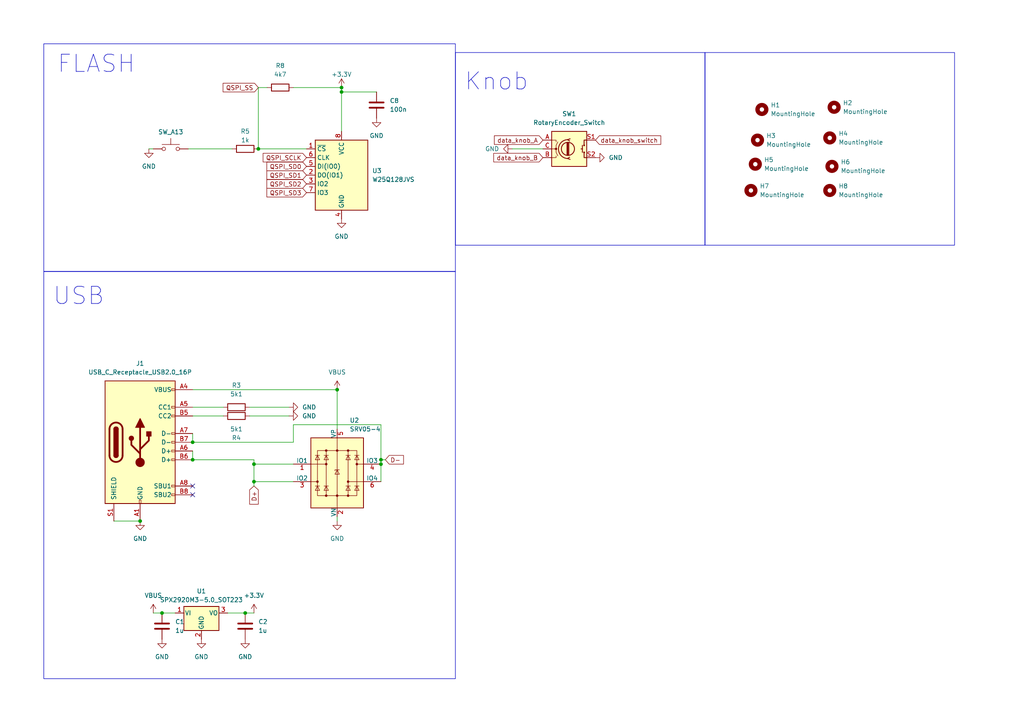
<source format=kicad_sch>
(kicad_sch (version 20230121) (generator eeschema)
  (paper "A4")
  (lib_symbols
    (symbol "Connector:USB_C_Receptacle_USB2.0_16P" (pin_names (offset 1.016))
      (property "Reference" "J" (at 0 22.225 0))
      (property "Value" "USB_C_Receptacle_USB2.0_16P" (at 0 19.685 0))
      (symbol "USB_C_Receptacle_USB2.0_16P_0_0"
        (rectangle (start -0.254 -17.78) (end 0.254 -16.764))
        (rectangle (start 10.16 -14.986) (end 9.144 -15.494))
        (rectangle (start 10.16 -12.446) (end 9.144 -12.954))
        (rectangle (start 10.16 -4.826) (end 9.144 -5.334))
        (rectangle (start 10.16 -2.286) (end 9.144 -2.794))
        (rectangle (start 10.16 0.254) (end 9.144 -0.254))
        (rectangle (start 10.16 2.794) (end 9.144 2.286))
        (rectangle (start 10.16 7.874) (end 9.144 7.366))
        (rectangle (start 10.16 10.414) (end 9.144 9.906))
        (rectangle (start 10.16 15.494) (end 9.144 14.986))
      )
      (symbol "USB_C_Receptacle_USB2.0_16P_0_1"
        (rectangle (start -10.16 17.78) (end 10.16 -17.78) (stroke (width 0.254)) (fill (type background)))
        (arc (start -8.89 -3.81) (mid -6.985 -5.7067) (end -5.08 -3.81) (stroke (width 0.508)))
        (arc (start -7.62 -3.81) (mid -6.985 -4.4423) (end -6.35 -3.81) (stroke (width 0.254)))
        (arc (start -7.62 -3.81) (mid -6.985 -4.4423) (end -6.35 -3.81) (stroke (width 0.254)) (fill (type outline)))
        (rectangle (start -7.62 -3.81) (end -6.35 3.81) (stroke (width 0.254)) (fill (type outline)))
        (arc (start -6.35 3.81) (mid -6.985 4.4423) (end -7.62 3.81) (stroke (width 0.254)))
        (arc (start -6.35 3.81) (mid -6.985 4.4423) (end -7.62 3.81) (stroke (width 0.254)) (fill (type outline)))
        (arc (start -5.08 3.81) (mid -6.985 5.7067) (end -8.89 3.81) (stroke (width 0.508)))
        (circle (center -2.54 1.143) (radius 0.635) (stroke (width 0.254)) (fill (type outline)))
        (circle (center 0 -5.842) (radius 1.27) (fill (type outline)))
        (polyline (pts (xy -8.89 -3.81) (xy -8.89 3.81)) (stroke (width 0.508)))
        (polyline (pts (xy -5.08 3.81) (xy -5.08 -3.81)) (stroke (width 0.508)))
        (polyline (pts (xy 0 -5.842) (xy 0 4.318)) (stroke (width 0.508)))
        (polyline (pts (xy 0 -3.302) (xy -2.54 -0.762) (xy -2.54 0.508)) (stroke (width 0.508)))
        (polyline (pts (xy 0 -2.032) (xy 2.54 0.508) (xy 2.54 1.778)) (stroke (width 0.508)))
        (polyline (pts (xy -1.27 4.318) (xy 0 6.858) (xy 1.27 4.318) (xy -1.27 4.318)) (stroke (width 0.254)) (fill (type outline)))
        (rectangle (start 1.905 1.778) (end 3.175 3.048) (stroke (width 0.254)) (fill (type outline)))
      )
      (symbol "USB_C_Receptacle_USB2.0_16P_1_1"
        (pin passive line (at 0 -22.86 90) (length 5.08) (name "GND") (number "A1"))
        (pin passive line (at 0 -22.86 90) (length 5.08) hide (name "GND") (number "A12"))
        (pin passive line (at 15.24 15.24 180) (length 5.08) (name "VBUS") (number "A4"))
        (pin bidirectional line (at 15.24 10.16 180) (length 5.08) (name "CC1") (number "A5"))
        (pin bidirectional line (at 15.24 -2.54 180) (length 5.08) (name "D+") (number "A6"))
        (pin bidirectional line (at 15.24 2.54 180) (length 5.08) (name "D-") (number "A7"))
        (pin bidirectional line (at 15.24 -12.7 180) (length 5.08) (name "SBU1") (number "A8"))
        (pin passive line (at 15.24 15.24 180) (length 5.08) hide (name "VBUS") (number "A9"))
        (pin passive line (at 0 -22.86 90) (length 5.08) hide (name "GND") (number "B1"))
        (pin passive line (at 0 -22.86 90) (length 5.08) hide (name "GND") (number "B12"))
        (pin passive line (at 15.24 15.24 180) (length 5.08) hide (name "VBUS") (number "B4"))
        (pin bidirectional line (at 15.24 7.62 180) (length 5.08) (name "CC2") (number "B5"))
        (pin bidirectional line (at 15.24 -5.08 180) (length 5.08) (name "D+") (number "B6"))
        (pin bidirectional line (at 15.24 0 180) (length 5.08) (name "D-") (number "B7"))
        (pin bidirectional line (at 15.24 -15.24 180) (length 5.08) (name "SBU2") (number "B8"))
        (pin passive line (at 15.24 15.24 180) (length 5.08) hide (name "VBUS") (number "B9"))
        (pin passive line (at -7.62 -22.86 90) (length 5.08) (name "SHIELD") (number "S1"))
      )
    )
    (symbol "Device:C" (pin_numbers hide) (pin_names (offset 0.254))
      (property "Reference" "C" (at 0.635 2.54 0))
      (property "Value" "C" (at 0.635 -2.54 0))
      (symbol "C_0_1"
        (polyline (pts (xy -2.032 -0.762) (xy 2.032 -0.762)) (stroke (width 0.508)))
        (polyline (pts (xy -2.032 0.762) (xy 2.032 0.762)) (stroke (width 0.508)))
      )
      (symbol "C_1_1"
        (pin passive line (at 0 3.81 270) (length 2.794) (name "~") (number "1"))
        (pin passive line (at 0 -3.81 90) (length 2.794) (name "~") (number "2"))
      )
    )
    (symbol "Device:R" (pin_numbers hide) (pin_names (offset 0))
      (property "Reference" "R" (at 2.032 0 90))
      (property "Value" "R" (at 0 0 90))
      (symbol "R_0_1"
        (rectangle (start -1.016 -2.54) (end 1.016 2.54) (stroke (width 0.254)))
      )
      (symbol "R_1_1"
        (pin passive line (at 0 3.81 270) (length 1.27) (name "~") (number "1"))
        (pin passive line (at 0 -3.81 90) (length 1.27) (name "~") (number "2"))
      )
    )
    (symbol "Device:RotaryEncoder_Switch" (pin_names (offset 0.254) hide)
      (property "Reference" "SW" (at 0 6.604 0))
      (property "Value" "RotaryEncoder_Switch" (at 0 -6.604 0))
      (symbol "RotaryEncoder_Switch_0_1"
        (rectangle (start -5.08 5.08) (end 5.08 -5.08) (stroke (width 0.254)) (fill (type background)))
        (circle (center -3.81 0) (radius 0.254) (fill (type outline)))
        (circle (center -0.381 0) (radius 1.905) (stroke (width 0.254)))
        (arc (start -0.381 2.667) (mid -3.0988 -0.0635) (end -0.381 -2.794) (stroke (width 0.254)))
        (polyline (pts (xy -0.635 -1.778) (xy -0.635 1.778)) (stroke (width 0.254)))
        (polyline (pts (xy -0.381 -1.778) (xy -0.381 1.778)) (stroke (width 0.254)))
        (polyline (pts (xy -0.127 1.778) (xy -0.127 -1.778)) (stroke (width 0.254)))
        (polyline (pts (xy 3.81 0) (xy 3.429 0)) (stroke (width 0.254)))
        (polyline (pts (xy 3.81 1.016) (xy 3.81 -1.016)) (stroke (width 0.254)))
        (polyline (pts (xy -5.08 -2.54) (xy -3.81 -2.54) (xy -3.81 -2.032)))
        (polyline (pts (xy -5.08 2.54) (xy -3.81 2.54) (xy -3.81 2.032)))
        (polyline (pts (xy 0.254 -3.048) (xy -0.508 -2.794) (xy 0.127 -2.413)) (stroke (width 0.254)))
        (polyline (pts (xy 0.254 2.921) (xy -0.508 2.667) (xy 0.127 2.286)) (stroke (width 0.254)))
        (polyline (pts (xy 5.08 -2.54) (xy 4.318 -2.54) (xy 4.318 -1.016)) (stroke (width 0.254)))
        (polyline (pts (xy 5.08 2.54) (xy 4.318 2.54) (xy 4.318 1.016)) (stroke (width 0.254)))
        (polyline (pts (xy -5.08 0) (xy -3.81 0) (xy -3.81 -1.016) (xy -3.302 -2.032)))
        (polyline (pts (xy -4.318 0) (xy -3.81 0) (xy -3.81 1.016) (xy -3.302 2.032)))
        (circle (center 4.318 -1.016) (radius 0.127) (stroke (width 0.254)))
        (circle (center 4.318 1.016) (radius 0.127) (stroke (width 0.254)))
      )
      (symbol "RotaryEncoder_Switch_1_1"
        (pin passive line (at -7.62 2.54 0) (length 2.54) (name "A") (number "A"))
        (pin passive line (at -7.62 -2.54 0) (length 2.54) (name "B") (number "B"))
        (pin passive line (at -7.62 0 0) (length 2.54) (name "C") (number "C"))
        (pin passive line (at 7.62 2.54 180) (length 2.54) (name "S1") (number "S1"))
        (pin passive line (at 7.62 -2.54 180) (length 2.54) (name "S2") (number "S2"))
      )
    )
    (symbol "Mechanical:MountingHole" (pin_names (offset 1.016))
      (property "Reference" "H" (at 0 5.08 0))
      (property "Value" "MountingHole" (at 0 3.175 0))
      (symbol "MountingHole_0_1"
        (circle (center 0 0) (radius 1.27) (stroke (width 1.27)))
      )
    )
    (symbol "Memory_Flash:W25Q128JVS"
      (property "Reference" "U" (at -8.89 8.89 0))
      (property "Value" "W25Q128JVS" (at 7.62 8.89 0))
      (symbol "W25Q128JVS_0_1"
        (rectangle (start -7.62 10.16) (end 7.62 -10.16) (stroke (width 0.254)) (fill (type background)))
      )
      (symbol "W25Q128JVS_1_1"
        (pin input line (at -10.16 7.62 0) (length 2.54) (name "~{CS}") (number "1"))
        (pin bidirectional line (at -10.16 0 0) (length 2.54) (name "DO(IO1)") (number "2"))
        (pin bidirectional line (at -10.16 -2.54 0) (length 2.54) (name "IO2") (number "3"))
        (pin power_in line (at 0 -12.7 90) (length 2.54) (name "GND") (number "4"))
        (pin bidirectional line (at -10.16 2.54 0) (length 2.54) (name "DI(IO0)") (number "5"))
        (pin input line (at -10.16 5.08 0) (length 2.54) (name "CLK") (number "6"))
        (pin bidirectional line (at -10.16 -5.08 0) (length 2.54) (name "IO3") (number "7"))
        (pin power_in line (at 0 12.7 270) (length 2.54) (name "VCC") (number "8"))
      )
    )
    (symbol "Power_Protection:SRV05-4" (pin_names (offset 0))
      (property "Reference" "U" (at -5.08 11.43 0))
      (property "Value" "SRV05-4" (at 2.54 11.43 0))
      (symbol "SRV05-4_0_0"
        (rectangle (start -5.715 6.477) (end 5.715 -6.604))
        (polyline (pts (xy -3.175 -6.604) (xy -3.175 6.477)))
        (polyline (pts (xy 3.175 6.477) (xy 3.175 -6.604)))
      )
      (symbol "SRV05-4_0_1"
        (rectangle (start -7.62 10.16) (end 7.62 -10.16) (stroke (width 0.254)) (fill (type background)))
        (circle (center -5.715 -2.54) (radius 0.2794) (fill (type outline)))
        (circle (center -3.175 -6.604) (radius 0.2794) (fill (type outline)))
        (circle (center -3.175 2.54) (radius 0.2794) (fill (type outline)))
        (circle (center -3.175 6.477) (radius 0.2794) (fill (type outline)))
        (circle (center 0 -6.604) (radius 0.2794) (fill (type outline)))
        (polyline (pts (xy -7.747 2.54) (xy -3.175 2.54)))
        (polyline (pts (xy -7.62 -2.54) (xy -5.715 -2.54)))
        (polyline (pts (xy -5.08 -3.81) (xy -6.35 -3.81)))
        (polyline (pts (xy -5.08 5.08) (xy -6.35 5.08)))
        (polyline (pts (xy -2.54 -3.81) (xy -3.81 -3.81)))
        (polyline (pts (xy -2.54 5.08) (xy -3.81 5.08)))
        (polyline (pts (xy 0 10.16) (xy 0 -10.16)))
        (polyline (pts (xy 3.81 -3.81) (xy 2.54 -3.81)))
        (polyline (pts (xy 3.81 5.08) (xy 2.54 5.08)))
        (polyline (pts (xy 6.35 -3.81) (xy 5.08 -3.81)))
        (polyline (pts (xy 6.35 5.08) (xy 5.08 5.08)))
        (polyline (pts (xy 7.62 -2.54) (xy 3.175 -2.54)))
        (polyline (pts (xy 7.62 2.54) (xy 5.715 2.54)))
        (polyline (pts (xy 0.635 0.889) (xy -0.635 0.889) (xy -0.635 0.635)))
        (polyline (pts (xy -5.08 -5.08) (xy -6.35 -5.08) (xy -5.715 -3.81) (xy -5.08 -5.08)))
        (polyline (pts (xy -5.08 3.81) (xy -6.35 3.81) (xy -5.715 5.08) (xy -5.08 3.81)))
        (polyline (pts (xy -2.54 -5.08) (xy -3.81 -5.08) (xy -3.175 -3.81) (xy -2.54 -5.08)))
        (polyline (pts (xy -2.54 3.81) (xy -3.81 3.81) (xy -3.175 5.08) (xy -2.54 3.81)))
        (polyline (pts (xy 0.635 -0.381) (xy -0.635 -0.381) (xy 0 0.889) (xy 0.635 -0.381)))
        (polyline (pts (xy 3.81 -5.08) (xy 2.54 -5.08) (xy 3.175 -3.81) (xy 3.81 -5.08)))
        (polyline (pts (xy 3.81 3.81) (xy 2.54 3.81) (xy 3.175 5.08) (xy 3.81 3.81)))
        (polyline (pts (xy 6.35 -5.08) (xy 5.08 -5.08) (xy 5.715 -3.81) (xy 6.35 -5.08)))
        (polyline (pts (xy 6.35 3.81) (xy 5.08 3.81) (xy 5.715 5.08) (xy 6.35 3.81)))
        (circle (center 0 6.477) (radius 0.2794) (fill (type outline)))
        (circle (center 3.175 -6.604) (radius 0.2794) (fill (type outline)))
        (circle (center 3.175 -2.54) (radius 0.2794) (fill (type outline)))
        (circle (center 3.175 6.477) (radius 0.2794) (fill (type outline)))
        (circle (center 5.715 2.54) (radius 0.2794) (fill (type outline)))
      )
      (symbol "SRV05-4_1_1"
        (pin passive line (at -12.7 2.54 0) (length 5.08) (name "IO1") (number "1"))
        (pin passive line (at 0 -12.7 90) (length 2.54) (name "VN") (number "2"))
        (pin passive line (at -12.7 -2.54 0) (length 5.08) (name "IO2") (number "3"))
        (pin passive line (at 12.7 2.54 180) (length 5.08) (name "IO3") (number "4"))
        (pin passive line (at 0 12.7 270) (length 2.54) (name "VP") (number "5"))
        (pin passive line (at 12.7 -2.54 180) (length 5.08) (name "IO4") (number "6"))
      )
    )
    (symbol "Regulator_Linear:SPX2920M3-5.0_SOT223" (pin_names (offset 0.254))
      (property "Reference" "U" (at -3.81 3.175 0))
      (property "Value" "SPX2920M3-5.0_SOT223" (at 0 3.175 0))
      (symbol "SPX2920M3-5.0_SOT223_0_1"
        (rectangle (start -5.08 -5.08) (end 5.08 1.905) (stroke (width 0.254)) (fill (type background)))
      )
      (symbol "SPX2920M3-5.0_SOT223_1_1"
        (pin power_in line (at -7.62 0 0) (length 2.54) (name "VI") (number "1"))
        (pin power_in line (at 0 -7.62 90) (length 2.54) (name "GND") (number "2"))
        (pin power_out line (at 7.62 0 180) (length 2.54) (name "VO") (number "3"))
      )
    )
    (symbol "Switch:SW_Push" (pin_numbers hide) (pin_names (offset 1.016) hide)
      (property "Reference" "SW" (at 1.27 2.54 0))
      (property "Value" "SW_Push" (at 0 -1.524 0))
      (symbol "SW_Push_0_1"
        (circle (center -2.032 0) (radius 0.508))
        (polyline (pts (xy 0 1.27) (xy 0 3.048)))
        (polyline (pts (xy 2.54 1.27) (xy -2.54 1.27)))
        (circle (center 2.032 0) (radius 0.508))
        (pin passive line (at -5.08 0 0) (length 2.54) (name "1") (number "1"))
        (pin passive line (at 5.08 0 180) (length 2.54) (name "2") (number "2"))
      )
    )
    (symbol "power:+3.3V" (power) (pin_names (offset 0))
      (property "Value" "+3.3V" (at 0 3.556 0))
      (symbol "+3.3V_0_1"
        (polyline (pts (xy -0.762 1.27) (xy 0 2.54)))
        (polyline (pts (xy 0 0) (xy 0 2.54)))
        (polyline (pts (xy 0 2.54) (xy 0.762 1.27)))
      )
      (symbol "+3.3V_1_1"
        (pin power_in line (at 0 0 90) (length 0) hide (name "+3.3V") (number "1"))
      )
    )
    (symbol "power:GND" (power) (pin_names (offset 0))
      (property "Value" "GND" (at 0 -3.81 0))
      (symbol "GND_0_1"
        (polyline (pts (xy 0 0) (xy 0 -1.27) (xy 1.27 -1.27) (xy 0 -2.54) (xy -1.27 -1.27) (xy 0 -1.27)))
      )
      (symbol "GND_1_1"
        (pin power_in line (at 0 0 270) (length 0) hide (name "GND") (number "1"))
      )
    )
    (symbol "power:VBUS" (power) (pin_names (offset 0))
      (property "Value" "VBUS" (at 0 3.81 0))
      (symbol "VBUS_0_1"
        (polyline (pts (xy -0.762 1.27) (xy 0 2.54)))
        (polyline (pts (xy 0 0) (xy 0 2.54)))
        (polyline (pts (xy 0 2.54) (xy 0.762 1.27)))
      )
      (symbol "VBUS_1_1"
        (pin power_in line (at 0 0 90) (length 0) hide (name "VBUS") (number "1"))
      )
    )
  )
  (junction (at 97.79 113.03))
  (junction (at 73.66 134.62))
  (junction (at 40.64 151.13))
  (junction (at 73.66 139.7))
  (junction (at 46.99 177.8))
  (junction (at 71.12 177.8))
  (junction (at 99.06 26.67))
  (junction (at 99.06 25.4))
  (junction (at 55.88 128.27))
  (junction (at 110.49 134.62))
  (junction (at 74.93 43.18))
  (junction (at 55.88 133.35))
  (junction (at 110.49 133.35))
  (no_connect (at 55.88 140.97))
  (no_connect (at 55.88 143.51))
  (wire (pts (xy 73.66 133.35) (xy 55.88 133.35)))
  (wire (pts (xy 73.66 139.7) (xy 73.66 134.62)))
  (wire (pts (xy 72.39 120.65) (xy 83.82 120.65)))
  (wire (pts (xy 148.59 43.18) (xy 157.48 43.18)))
  (wire (pts (xy 73.66 134.62) (xy 73.66 133.35)))
  (wire (pts (xy 110.49 123.19) (xy 110.49 133.35)))
  (wire (pts (xy 110.49 133.35) (xy 110.49 134.62)))
  (wire (pts (xy 72.39 118.11) (xy 83.82 118.11)))
  (wire (pts (xy 73.66 134.62) (xy 85.09 134.62)))
  (wire (pts (xy 85.09 128.27) (xy 85.09 123.19)))
  (wire (pts (xy 33.02 151.13) (xy 40.64 151.13)))
  (wire (pts (xy 55.88 120.65) (xy 64.77 120.65)))
  (wire (pts (xy 74.93 25.4) (xy 77.47 25.4)))
  (wire (pts (xy 85.09 25.4) (xy 99.06 25.4)))
  (wire (pts (xy 109.22 26.67) (xy 99.06 26.67)))
  (wire (pts (xy 55.88 118.11) (xy 64.77 118.11)))
  (wire (pts (xy 74.93 25.4) (xy 74.93 43.18)))
  (wire (pts (xy 71.12 177.8) (xy 73.66 177.8)))
  (wire (pts (xy 54.61 43.18) (xy 67.31 43.18)))
  (wire (pts (xy 99.06 25.4) (xy 99.06 26.67)))
  (wire (pts (xy 66.04 177.8) (xy 71.12 177.8)))
  (wire (pts (xy 110.49 134.62) (xy 110.49 139.7)))
  (wire (pts (xy 74.93 43.18) (xy 88.9 43.18)))
  (wire (pts (xy 44.45 177.8) (xy 46.99 177.8)))
  (wire (pts (xy 55.88 128.27) (xy 85.09 128.27)))
  (wire (pts (xy 55.88 113.03) (xy 97.79 113.03)))
  (wire (pts (xy 73.66 140.97) (xy 73.66 139.7)))
  (wire (pts (xy 73.66 139.7) (xy 85.09 139.7)))
  (wire (pts (xy 46.99 177.8) (xy 50.8 177.8)))
  (wire (pts (xy 55.88 130.81) (xy 55.88 133.35)))
  (wire (pts (xy 99.06 26.67) (xy 99.06 38.1)))
  (wire (pts (xy 85.09 123.19) (xy 110.49 123.19)))
  (wire (pts (xy 97.79 113.03) (xy 97.79 124.46)))
  (wire (pts (xy 97.79 149.86) (xy 97.79 151.13)))
  (wire (pts (xy 111.76 133.35) (xy 110.49 133.35)))
  (wire (pts (xy 55.88 125.73) (xy 55.88 128.27)))
  (wire (pts (xy 44.45 43.18) (xy 43.18 43.18)))
  (rectangle (start 12.7 78.74) (end 132.08 196.85))
  (rectangle (start 204.47 15.24) (end 276.86 71.12))
  (rectangle (start 12.7 12.7) (end 132.08 78.74))
  (rectangle (start 132.08 15.24) (end 204.47 71.12))
  (text "USB" (at 15.24 88.9 0) (effects (font (size 5 5)) (justify left bottom)))
  (text "FLASH" (at 16.51 21.59 0) (effects (font (size 5 5)) (justify left bottom)))
  (text "Knob" (at 134.62 26.67 0) (effects (font (size 5 5)) (justify left bottom)))
  (global_label "data_knob_B" (shape input) (at 157.48 45.72 180) (property "Intersheetrefs" "${INTERSHEET_REFS}" (effects hide)))
  (global_label "D-" (shape input) (at 111.76 133.35 0) (property "Intersheetrefs" "${INTERSHEET_REFS}" (effects hide)))
  (global_label "QSPI_SD1" (shape input) (at 88.9 50.8 180) (property "Intersheetrefs" "${INTERSHEET_REFS}" (effects hide)))
  (global_label "QSPI_SD2" (shape input) (at 88.9 53.34 180) (property "Intersheetrefs" "${INTERSHEET_REFS}" (effects hide)))
  (global_label "QSPI_SD0" (shape input) (at 88.9 48.26 180) (property "Intersheetrefs" "${INTERSHEET_REFS}" (effects hide)))
  (global_label "QSPI_SD3" (shape input) (at 88.9 55.88 180) (property "Intersheetrefs" "${INTERSHEET_REFS}" (effects hide)))
  (global_label "QSPI_SS" (shape input) (at 74.93 25.4 180) (property "Intersheetrefs" "${INTERSHEET_REFS}" (effects hide)))
  (global_label "D+" (shape input) (at 73.66 140.97 270) (property "Intersheetrefs" "${INTERSHEET_REFS}" (effects hide)))
  (global_label "data_knob_switch" (shape input) (at 172.72 40.64 0) (property "Intersheetrefs" "${INTERSHEET_REFS}" (effects hide)))
  (global_label "QSPI_SCLK" (shape input) (at 88.9 45.72 180) (property "Intersheetrefs" "${INTERSHEET_REFS}" (effects hide)))
  (global_label "data_knob_A" (shape input) (at 157.48 40.64 180) (property "Intersheetrefs" "${INTERSHEET_REFS}" (effects hide)))
  (symbol (lib_id "power:GND") (at 58.42 185.42 0) (unit 1)
    (property "Reference" "#PWR06" (effects hide))
    (property "Value" "GND" (at 58.42 190.5 0))
  )
  (symbol (lib_id "Mechanical:MountingHole") (at 241.935 31.115 0) (unit 1)
    (property "Reference" "H2" (at 244.475 29.845 0) (effects (justify left)))
    (property "Value" "MountingHole" (at 244.475 32.385 0) (effects (justify left)))
    (property "Footprint" "MountingHole:MountingHole_3.2mm_M3" (effects hide))
  )
  (symbol (lib_id "Mechanical:MountingHole") (at 217.805 55.245 0) (unit 1)
    (property "Reference" "H7" (at 220.345 53.975 0) (effects (justify left)))
    (property "Value" "MountingHole" (at 220.345 56.515 0) (effects (justify left)))
    (property "Footprint" "MountingHole:MountingHole_3.2mm_M3" (effects hide))
  )
  (symbol (lib_id "Device:R") (at 81.28 25.4 90) (unit 1)
    (property "Reference" "R8" (at 81.28 19.05 90))
    (property "Value" "4k7" (at 81.28 21.59 90))
    (property "Footprint" "Resistor_SMD:R_0603_1608Metric" (effects hide))
  )
  (symbol (lib_id "Mechanical:MountingHole") (at 241.3 48.26 0) (unit 1)
    (property "Reference" "H6" (at 243.84 46.99 0) (effects (justify left)))
    (property "Value" "MountingHole" (at 243.84 49.53 0) (effects (justify left)))
    (property "Footprint" "MountingHole:MountingHole_3.2mm_M3" (effects hide))
  )
  (symbol (lib_id "power:GND") (at 83.82 118.11 90) (unit 1)
    (property "Reference" "#PWR09" (effects hide))
    (property "Value" "GND" (at 87.63 118.11 90) (effects (justify right)))
  )
  (symbol (lib_id "power:GND") (at 40.64 151.13 0) (unit 1)
    (property "Reference" "#PWR02" (effects hide))
    (property "Value" "GND" (at 40.64 156.21 0))
  )
  (symbol (lib_id "Memory_Flash:W25Q128JVS") (at 99.06 50.8 0) (unit 1)
    (property "Reference" "U3" (at 107.95 49.53 0) (effects (justify left)))
    (property "Value" "W25Q128JVS" (at 107.95 52.07 0) (effects (justify left)))
    (property "Footprint" "Package_SO:SOIC-8_5.23x5.23mm_P1.27mm" (effects hide))
    (property "Datasheet" "http://www.winbond.com/resource-files/w25q128jv_dtr%20revc%2003272018%20plus.pdf" (effects hide))
  )
  (symbol (lib_id "power:GND") (at 46.99 185.42 0) (unit 1)
    (property "Reference" "#PWR04" (effects hide))
    (property "Value" "GND" (at 46.99 190.5 0))
  )
  (symbol (lib_id "Switch:SW_Push") (at 49.53 43.18 0) (unit 1)
    (property "Reference" "SW_A13" (at 49.53 38.2778 0))
    (property "Value" "SW_Push" (effects hide))
    (property "Footprint" "custom_switch_smd:TS-1187A-B-A-B" (effects hide))
  )
  (symbol (lib_id "Mechanical:MountingHole") (at 219.075 47.625 0) (unit 1)
    (property "Reference" "H5" (at 221.615 46.355 0) (effects (justify left)))
    (property "Value" "MountingHole" (at 221.615 48.895 0) (effects (justify left)))
    (property "Footprint" "MountingHole:MountingHole_3.2mm_M3" (effects hide))
  )
  (symbol (lib_id "power:GND") (at 109.22 34.29 0) (unit 1)
    (property "Reference" "#PWR032" (effects hide))
    (property "Value" "GND" (at 109.22 39.37 0))
  )
  (symbol (lib_id "power:GND") (at 172.72 45.72 90) (unit 1)
    (property "Reference" "#PWR012" (effects hide))
    (property "Value" "GND" (at 176.53 45.72 90) (effects (justify right)))
  )
  (symbol (lib_id "Regulator_Linear:SPX2920M3-5.0_SOT223") (at 58.42 177.8 0) (unit 1)
    (property "Reference" "U1" (at 58.42 171.45 0))
    (property "Value" "SPX2920M3-5.0_SOT223" (at 58.42 173.99 0))
    (property "Footprint" "Package_TO_SOT_SMD:SOT-223-3_TabPin2" (effects hide))
    (property "Datasheet" "http://www.zlgmcu.com/Sipex/LDO/PDF/spx2920.pdf" (effects hide))
  )
  (symbol (lib_id "power:GND") (at 148.59 43.18 270) (unit 1)
    (property "Reference" "#PWR05" (effects hide))
    (property "Value" "GND" (at 144.78 43.18 90) (effects (justify right)))
  )
  (symbol (lib_id "power:GND") (at 83.82 120.65 90) (unit 1)
    (property "Reference" "#PWR010" (effects hide))
    (property "Value" "GND" (at 87.63 120.65 90) (effects (justify right)))
  )
  (symbol (lib_id "Mechanical:MountingHole") (at 220.98 31.75 0) (unit 1)
    (property "Reference" "H1" (at 223.52 30.48 0) (effects (justify left)))
    (property "Value" "MountingHole" (at 223.52 33.02 0) (effects (justify left)))
    (property "Footprint" "MountingHole:MountingHole_3.2mm_M3" (effects hide))
  )
  (symbol (lib_id "Device:C") (at 46.99 181.61 0) (unit 1)
    (property "Reference" "C1" (at 50.8 180.34 0) (effects (justify left)))
    (property "Value" "1u" (at 50.8 182.88 0) (effects (justify left)))
    (property "Footprint" "Capacitor_SMD:C_0603_1608Metric" (effects hide))
  )
  (symbol (lib_id "Power_Protection:SRV05-4") (at 97.79 137.16 0) (unit 1)
    (property "Reference" "U2" (at 101.4161 121.92 0) (effects (justify left)))
    (property "Value" "SRV05-4" (at 101.4161 124.46 0) (effects (justify left)))
    (property "Footprint" "Package_TO_SOT_SMD:SOT-23-6" (effects hide))
    (property "Datasheet" "http://www.onsemi.com/pub/Collateral/SRV05-4-D.PDF" (effects hide))
  )
  (symbol (lib_id "power:GND") (at 43.18 43.18 0) (unit 1)
    (property "Reference" "#PWR01" (effects hide))
    (property "Value" "GND" (at 43.18 48.26 0))
  )
  (symbol (lib_id "power:+3.3V") (at 73.66 177.8 0) (unit 1)
    (property "Reference" "#PWR08" (effects hide))
    (property "Value" "+3.3V" (at 73.66 172.72 0))
  )
  (symbol (lib_id "Device:C") (at 71.12 181.61 0) (unit 1)
    (property "Reference" "C2" (at 74.93 180.34 0) (effects (justify left)))
    (property "Value" "1u" (at 74.93 182.88 0) (effects (justify left)))
    (property "Footprint" "Capacitor_SMD:C_0603_1608Metric" (effects hide))
  )
  (symbol (lib_id "Device:RotaryEncoder_Switch") (at 165.1 43.18 0) (unit 1)
    (property "Reference" "SW1" (at 165.1 33.02 0))
    (property "Value" "RotaryEncoder_Switch" (at 165.1 35.56 0))
    (property "Footprint" "Rotary_Encoder:RotaryEncoder_Alps_EC11E-Switch_Vertical_H20mm" (effects hide))
  )
  (symbol (lib_id "Mechanical:MountingHole") (at 240.665 40.005 0) (unit 1)
    (property "Reference" "H4" (at 243.205 38.735 0) (effects (justify left)))
    (property "Value" "MountingHole" (at 243.205 41.275 0) (effects (justify left)))
    (property "Footprint" "MountingHole:MountingHole_3.2mm_M3" (effects hide))
  )
  (symbol (lib_id "power:VBUS") (at 97.79 113.03 0) (unit 1)
    (property "Reference" "#PWR011" (effects hide))
    (property "Value" "VBUS" (at 97.79 107.95 0))
  )
  (symbol (lib_id "power:GND") (at 97.79 151.13 0) (unit 1)
    (property "Reference" "#PWR023" (effects hide))
    (property "Value" "GND" (at 97.79 156.21 0))
  )
  (symbol (lib_id "Mechanical:MountingHole") (at 240.665 55.245 0) (unit 1)
    (property "Reference" "H8" (at 243.205 53.975 0) (effects (justify left)))
    (property "Value" "MountingHole" (at 243.205 56.515 0) (effects (justify left)))
    (property "Footprint" "MountingHole:MountingHole_3.2mm_M3" (effects hide))
  )
  (symbol (lib_id "Device:C") (at 109.22 30.48 0) (unit 1)
    (property "Reference" "C8" (at 113.03 29.21 0) (effects (justify left)))
    (property "Value" "100n" (at 113.03 31.75 0) (effects (justify left)))
    (property "Footprint" "Capacitor_SMD:C_0603_1608Metric" (effects hide))
  )
  (symbol (lib_id "power:VBUS") (at 44.45 177.8 0) (unit 1)
    (property "Reference" "#PWR03" (effects hide))
    (property "Value" "VBUS" (at 44.45 172.72 0))
  )
  (symbol (lib_id "power:+3.3V") (at 99.06 25.4 0) (unit 1)
    (property "Reference" "#PWR030" (effects hide))
    (property "Value" "+3.3V" (at 99.06 21.59 0))
  )
  (symbol (lib_id "power:GND") (at 99.06 63.5 0) (unit 1)
    (property "Reference" "#PWR031" (effects hide))
    (property "Value" "GND" (at 99.06 68.58 0))
  )
  (symbol (lib_id "Device:R") (at 71.12 43.18 90) (unit 1)
    (property "Reference" "R5" (at 71.12 38.1 90))
    (property "Value" "1k" (at 71.12 40.64 90))
    (property "Footprint" "Resistor_SMD:R_0603_1608Metric" (effects hide))
  )
  (symbol (lib_id "Mechanical:MountingHole") (at 219.71 40.64 0) (unit 1)
    (property "Reference" "H3" (at 222.25 39.37 0) (effects (justify left)))
    (property "Value" "MountingHole" (at 222.25 41.91 0) (effects (justify left)))
    (property "Footprint" "MountingHole:MountingHole_3.2mm_M3" (effects hide))
  )
  (symbol (lib_id "Device:R") (at 68.58 120.65 90) (mirror x) (unit 1)
    (property "Reference" "R4" (at 68.58 127 90))
    (property "Value" "5k1" (at 68.58 124.46 90))
    (property "Footprint" "Resistor_SMD:R_0603_1608Metric" (effects hide))
  )
  (symbol (lib_id "Device:R") (at 68.58 118.11 90) (unit 1)
    (property "Reference" "R3" (at 68.58 111.76 90))
    (property "Value" "5k1" (at 68.58 114.3 90))
    (property "Footprint" "Resistor_SMD:R_0603_1608Metric" (effects hide))
  )
  (symbol (lib_id "Connector:USB_C_Receptacle_USB2.0_16P") (at 40.64 128.27 0) (unit 1)
    (property "Reference" "J1" (at 40.64 105.41 0))
    (property "Value" "USB_C_Receptacle_USB2.0_16P" (at 40.64 107.95 0))
    (property "Footprint" "Connector_USB:USB_C_Receptacle_HRO_TYPE-C-31-M-12" (effects hide))
    (property "Datasheet" "https://www.usb.org/sites/default/files/documents/usb_type-c.zip" (effects hide))
  )
  (symbol (lib_id "power:GND") (at 71.12 185.42 0) (unit 1)
    (property "Reference" "#PWR07" (effects hide))
    (property "Value" "GND" (at 71.12 190.5 0))
  )
)
</source>
